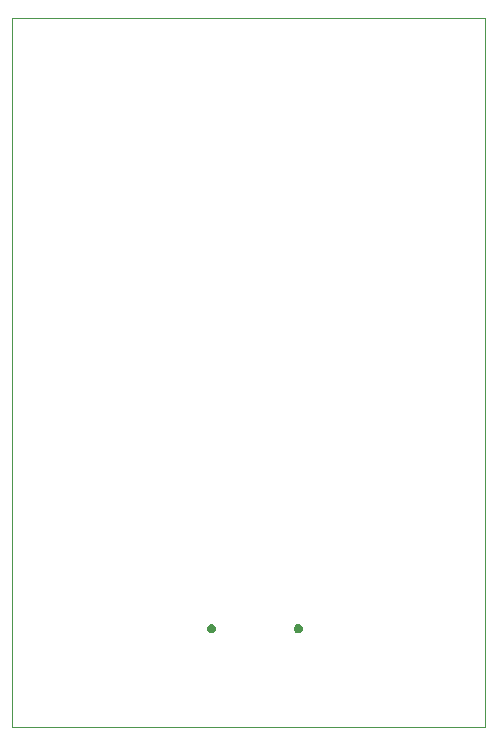
<source format=gbr>
%TF.GenerationSoftware,KiCad,Pcbnew,9.0.4*%
%TF.CreationDate,2025-09-10T15:59:19+03:00*%
%TF.ProjectId,Asius1,41736975-7331-42e6-9b69-6361645f7063,rev?*%
%TF.SameCoordinates,Original*%
%TF.FileFunction,Profile,NP*%
%FSLAX46Y46*%
G04 Gerber Fmt 4.6, Leading zero omitted, Abs format (unit mm)*
G04 Created by KiCad (PCBNEW 9.0.4) date 2025-09-10 15:59:19*
%MOMM*%
%LPD*%
G01*
G04 APERTURE LIST*
%TA.AperFunction,Profile*%
%ADD10C,0.050000*%
%TD*%
%TA.AperFunction,Profile*%
%ADD11C,0.000000*%
%TD*%
G04 APERTURE END LIST*
D10*
X66500000Y-70500000D02*
X106500000Y-70500000D01*
X106500000Y-130500000D01*
X66500000Y-130500000D01*
X66500000Y-70500000D01*
D11*
%TA.AperFunction,Profile*%
%TO.C,USBC1*%
G36*
X83528073Y-121790448D02*
G01*
X83618505Y-121842659D01*
X83692341Y-121916495D01*
X83744552Y-122006927D01*
X83771578Y-122107790D01*
X83771578Y-122212210D01*
X83744552Y-122313073D01*
X83692341Y-122403505D01*
X83618505Y-122477341D01*
X83528073Y-122529552D01*
X83427210Y-122556578D01*
X83322790Y-122556578D01*
X83221927Y-122529552D01*
X83131495Y-122477341D01*
X83057659Y-122403505D01*
X83005448Y-122313073D01*
X82978422Y-122212210D01*
X82978422Y-122107790D01*
X83005448Y-122006927D01*
X83057659Y-121916495D01*
X83131495Y-121842659D01*
X83221927Y-121790448D01*
X83322790Y-121763422D01*
X83427210Y-121763422D01*
X83528073Y-121790448D01*
G37*
%TD.AperFunction*%
%TA.AperFunction,Profile*%
G36*
X90878073Y-121790448D02*
G01*
X90968505Y-121842659D01*
X91042341Y-121916495D01*
X91094552Y-122006927D01*
X91121578Y-122107790D01*
X91121578Y-122212210D01*
X91094552Y-122313073D01*
X91042341Y-122403505D01*
X90968505Y-122477341D01*
X90878073Y-122529552D01*
X90777210Y-122556578D01*
X90672790Y-122556578D01*
X90571927Y-122529552D01*
X90481495Y-122477341D01*
X90407659Y-122403505D01*
X90355448Y-122313073D01*
X90328422Y-122212210D01*
X90328422Y-122107790D01*
X90355448Y-122006927D01*
X90407659Y-121916495D01*
X90481495Y-121842659D01*
X90571927Y-121790448D01*
X90672790Y-121763422D01*
X90777210Y-121763422D01*
X90878073Y-121790448D01*
G37*
%TD.AperFunction*%
%TD*%
M02*

</source>
